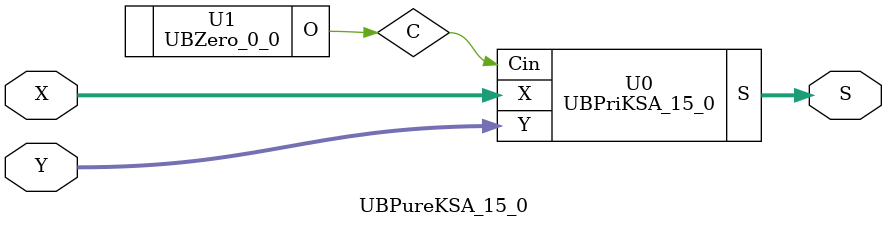
<source format=v>
/*----------------------------------------------------------------------------
  Copyright (c) 2021 Homma laboratory. All rights reserved.

  Top module: UBKSA_7_0_15_0

  Operand-1 length: 8
  Operand-2 length: 16
  Two-operand addition algorithm: Kogge-Stone adder
----------------------------------------------------------------------------*/

module UB1DCON_0(O, I);
  output O;
  input I;
  assign O = I;
endmodule

module UB1DCON_1(O, I);
  output O;
  input I;
  assign O = I;
endmodule

module UB1DCON_2(O, I);
  output O;
  input I;
  assign O = I;
endmodule

module UB1DCON_3(O, I);
  output O;
  input I;
  assign O = I;
endmodule

module UB1DCON_4(O, I);
  output O;
  input I;
  assign O = I;
endmodule

module UB1DCON_5(O, I);
  output O;
  input I;
  assign O = I;
endmodule

module UB1DCON_6(O, I);
  output O;
  input I;
  assign O = I;
endmodule

module UB1DCON_7(O, I);
  output O;
  input I;
  assign O = I;
endmodule

module UBZero_15_8(O);
  output [15:8] O;
  assign O[8] = 0;
  assign O[9] = 0;
  assign O[10] = 0;
  assign O[11] = 0;
  assign O[12] = 0;
  assign O[13] = 0;
  assign O[14] = 0;
  assign O[15] = 0;
endmodule

module GPGenerator(Go, Po, A, B);
  output Go;
  output Po;
  input A;
  input B;
  assign Go = A & B;
  assign Po = A ^ B;
endmodule

module CarryOperator(Go, Po, Gi1, Pi1, Gi2, Pi2);
  output Go;
  output Po;
  input Gi1;
  input Gi2;
  input Pi1;
  input Pi2;
  assign Go = Gi1 | ( Gi2 & Pi1 );
  assign Po = Pi1 & Pi2;
endmodule

module UBPriKSA_15_0(S, X, Y, Cin);
  output [16:0] S;
  input Cin;
  input [15:0] X;
  input [15:0] Y;
  wire [15:0] G0;
  wire [15:0] G1;
  wire [15:0] G2;
  wire [15:0] G3;
  wire [15:0] G4;
  wire [15:0] P0;
  wire [15:0] P1;
  wire [15:0] P2;
  wire [15:0] P3;
  wire [15:0] P4;
  assign P1[0] = P0[0];
  assign G1[0] = G0[0];
  assign P2[0] = P1[0];
  assign G2[0] = G1[0];
  assign P2[1] = P1[1];
  assign G2[1] = G1[1];
  assign P3[0] = P2[0];
  assign G3[0] = G2[0];
  assign P3[1] = P2[1];
  assign G3[1] = G2[1];
  assign P3[2] = P2[2];
  assign G3[2] = G2[2];
  assign P3[3] = P2[3];
  assign G3[3] = G2[3];
  assign P4[0] = P3[0];
  assign G4[0] = G3[0];
  assign P4[1] = P3[1];
  assign G4[1] = G3[1];
  assign P4[2] = P3[2];
  assign G4[2] = G3[2];
  assign P4[3] = P3[3];
  assign G4[3] = G3[3];
  assign P4[4] = P3[4];
  assign G4[4] = G3[4];
  assign P4[5] = P3[5];
  assign G4[5] = G3[5];
  assign P4[6] = P3[6];
  assign G4[6] = G3[6];
  assign P4[7] = P3[7];
  assign G4[7] = G3[7];
  assign S[0] = Cin ^ P0[0];
  assign S[1] = ( G4[0] | ( P4[0] & Cin ) ) ^ P0[1];
  assign S[2] = ( G4[1] | ( P4[1] & Cin ) ) ^ P0[2];
  assign S[3] = ( G4[2] | ( P4[2] & Cin ) ) ^ P0[3];
  assign S[4] = ( G4[3] | ( P4[3] & Cin ) ) ^ P0[4];
  assign S[5] = ( G4[4] | ( P4[4] & Cin ) ) ^ P0[5];
  assign S[6] = ( G4[5] | ( P4[5] & Cin ) ) ^ P0[6];
  assign S[7] = ( G4[6] | ( P4[6] & Cin ) ) ^ P0[7];
  assign S[8] = ( G4[7] | ( P4[7] & Cin ) ) ^ P0[8];
  assign S[9] = ( G4[8] | ( P4[8] & Cin ) ) ^ P0[9];
  assign S[10] = ( G4[9] | ( P4[9] & Cin ) ) ^ P0[10];
  assign S[11] = ( G4[10] | ( P4[10] & Cin ) ) ^ P0[11];
  assign S[12] = ( G4[11] | ( P4[11] & Cin ) ) ^ P0[12];
  assign S[13] = ( G4[12] | ( P4[12] & Cin ) ) ^ P0[13];
  assign S[14] = ( G4[13] | ( P4[13] & Cin ) ) ^ P0[14];
  assign S[15] = ( G4[14] | ( P4[14] & Cin ) ) ^ P0[15];
  assign S[16] = G4[15] | ( P4[15] & Cin );
  GPGenerator U0 (G0[0], P0[0], X[0], Y[0]);
  GPGenerator U1 (G0[1], P0[1], X[1], Y[1]);
  GPGenerator U2 (G0[2], P0[2], X[2], Y[2]);
  GPGenerator U3 (G0[3], P0[3], X[3], Y[3]);
  GPGenerator U4 (G0[4], P0[4], X[4], Y[4]);
  GPGenerator U5 (G0[5], P0[5], X[5], Y[5]);
  GPGenerator U6 (G0[6], P0[6], X[6], Y[6]);
  GPGenerator U7 (G0[7], P0[7], X[7], Y[7]);
  GPGenerator U8 (G0[8], P0[8], X[8], Y[8]);
  GPGenerator U9 (G0[9], P0[9], X[9], Y[9]);
  GPGenerator U10 (G0[10], P0[10], X[10], Y[10]);
  GPGenerator U11 (G0[11], P0[11], X[11], Y[11]);
  GPGenerator U12 (G0[12], P0[12], X[12], Y[12]);
  GPGenerator U13 (G0[13], P0[13], X[13], Y[13]);
  GPGenerator U14 (G0[14], P0[14], X[14], Y[14]);
  GPGenerator U15 (G0[15], P0[15], X[15], Y[15]);
  CarryOperator U16 (G1[1], P1[1], G0[1], P0[1], G0[0], P0[0]);
  CarryOperator U17 (G1[2], P1[2], G0[2], P0[2], G0[1], P0[1]);
  CarryOperator U18 (G1[3], P1[3], G0[3], P0[3], G0[2], P0[2]);
  CarryOperator U19 (G1[4], P1[4], G0[4], P0[4], G0[3], P0[3]);
  CarryOperator U20 (G1[5], P1[5], G0[5], P0[5], G0[4], P0[4]);
  CarryOperator U21 (G1[6], P1[6], G0[6], P0[6], G0[5], P0[5]);
  CarryOperator U22 (G1[7], P1[7], G0[7], P0[7], G0[6], P0[6]);
  CarryOperator U23 (G1[8], P1[8], G0[8], P0[8], G0[7], P0[7]);
  CarryOperator U24 (G1[9], P1[9], G0[9], P0[9], G0[8], P0[8]);
  CarryOperator U25 (G1[10], P1[10], G0[10], P0[10], G0[9], P0[9]);
  CarryOperator U26 (G1[11], P1[11], G0[11], P0[11], G0[10], P0[10]);
  CarryOperator U27 (G1[12], P1[12], G0[12], P0[12], G0[11], P0[11]);
  CarryOperator U28 (G1[13], P1[13], G0[13], P0[13], G0[12], P0[12]);
  CarryOperator U29 (G1[14], P1[14], G0[14], P0[14], G0[13], P0[13]);
  CarryOperator U30 (G1[15], P1[15], G0[15], P0[15], G0[14], P0[14]);
  CarryOperator U31 (G2[2], P2[2], G1[2], P1[2], G1[0], P1[0]);
  CarryOperator U32 (G2[3], P2[3], G1[3], P1[3], G1[1], P1[1]);
  CarryOperator U33 (G2[4], P2[4], G1[4], P1[4], G1[2], P1[2]);
  CarryOperator U34 (G2[5], P2[5], G1[5], P1[5], G1[3], P1[3]);
  CarryOperator U35 (G2[6], P2[6], G1[6], P1[6], G1[4], P1[4]);
  CarryOperator U36 (G2[7], P2[7], G1[7], P1[7], G1[5], P1[5]);
  CarryOperator U37 (G2[8], P2[8], G1[8], P1[8], G1[6], P1[6]);
  CarryOperator U38 (G2[9], P2[9], G1[9], P1[9], G1[7], P1[7]);
  CarryOperator U39 (G2[10], P2[10], G1[10], P1[10], G1[8], P1[8]);
  CarryOperator U40 (G2[11], P2[11], G1[11], P1[11], G1[9], P1[9]);
  CarryOperator U41 (G2[12], P2[12], G1[12], P1[12], G1[10], P1[10]);
  CarryOperator U42 (G2[13], P2[13], G1[13], P1[13], G1[11], P1[11]);
  CarryOperator U43 (G2[14], P2[14], G1[14], P1[14], G1[12], P1[12]);
  CarryOperator U44 (G2[15], P2[15], G1[15], P1[15], G1[13], P1[13]);
  CarryOperator U45 (G3[4], P3[4], G2[4], P2[4], G2[0], P2[0]);
  CarryOperator U46 (G3[5], P3[5], G2[5], P2[5], G2[1], P2[1]);
  CarryOperator U47 (G3[6], P3[6], G2[6], P2[6], G2[2], P2[2]);
  CarryOperator U48 (G3[7], P3[7], G2[7], P2[7], G2[3], P2[3]);
  CarryOperator U49 (G3[8], P3[8], G2[8], P2[8], G2[4], P2[4]);
  CarryOperator U50 (G3[9], P3[9], G2[9], P2[9], G2[5], P2[5]);
  CarryOperator U51 (G3[10], P3[10], G2[10], P2[10], G2[6], P2[6]);
  CarryOperator U52 (G3[11], P3[11], G2[11], P2[11], G2[7], P2[7]);
  CarryOperator U53 (G3[12], P3[12], G2[12], P2[12], G2[8], P2[8]);
  CarryOperator U54 (G3[13], P3[13], G2[13], P2[13], G2[9], P2[9]);
  CarryOperator U55 (G3[14], P3[14], G2[14], P2[14], G2[10], P2[10]);
  CarryOperator U56 (G3[15], P3[15], G2[15], P2[15], G2[11], P2[11]);
  CarryOperator U57 (G4[8], P4[8], G3[8], P3[8], G3[0], P3[0]);
  CarryOperator U58 (G4[9], P4[9], G3[9], P3[9], G3[1], P3[1]);
  CarryOperator U59 (G4[10], P4[10], G3[10], P3[10], G3[2], P3[2]);
  CarryOperator U60 (G4[11], P4[11], G3[11], P3[11], G3[3], P3[3]);
  CarryOperator U61 (G4[12], P4[12], G3[12], P3[12], G3[4], P3[4]);
  CarryOperator U62 (G4[13], P4[13], G3[13], P3[13], G3[5], P3[5]);
  CarryOperator U63 (G4[14], P4[14], G3[14], P3[14], G3[6], P3[6]);
  CarryOperator U64 (G4[15], P4[15], G3[15], P3[15], G3[7], P3[7]);
endmodule

module UBZero_0_0(O);
  output [0:0] O;
  assign O[0] = 0;
endmodule

module UBCON_7_0 (O, I);
  output [7:0] O;
  input [7:0] I;
  UB1DCON_0 U0 (O[0], I[0]);
  UB1DCON_1 U1 (O[1], I[1]);
  UB1DCON_2 U2 (O[2], I[2]);
  UB1DCON_3 U3 (O[3], I[3]);
  UB1DCON_4 U4 (O[4], I[4]);
  UB1DCON_5 U5 (O[5], I[5]);
  UB1DCON_6 U6 (O[6], I[6]);
  UB1DCON_7 U7 (O[7], I[7]);
endmodule

module UBExtender_7_0_15000 (O, I);
  output [15:0] O;
  input [7:0] I;
  UBCON_7_0 U0 (O[7:0], I[7:0]);
  UBZero_15_8 U1 (O[15:8]);
endmodule

module UBKSA_7_0_15_0 (S, X, Y);
  output [16:0] S;
  input [7:0] X;
  input [15:0] Y;
  wire [15:0] Z;
  UBExtender_7_0_15000 U0 (Z[15:0], X[7:0]);
  UBPureKSA_15_0 U1 (S[16:0], Z[15:0], Y[15:0]);
endmodule

module UBPureKSA_15_0 (S, X, Y);
  output [16:0] S;
  input [15:0] X;
  input [15:0] Y;
  wire C;
  UBPriKSA_15_0 U0 (S, X, Y, C);
  UBZero_0_0 U1 (C);
endmodule


</source>
